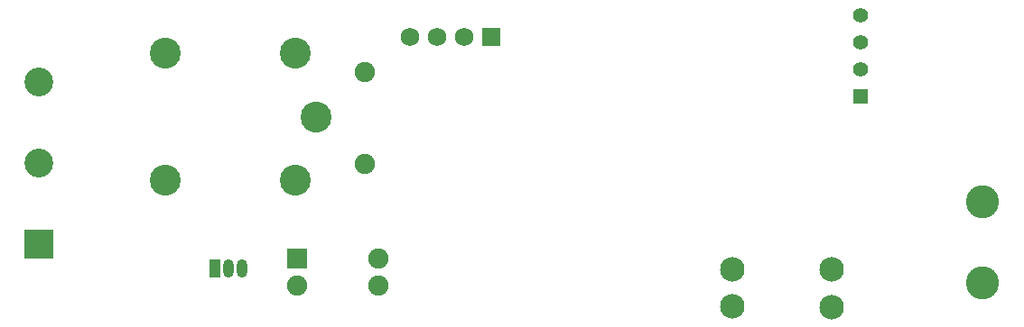
<source format=gbs>
G04*
G04 #@! TF.GenerationSoftware,Altium Limited,Altium Designer,24.1.2 (44)*
G04*
G04 Layer_Color=16711935*
%FSLAX44Y44*%
%MOMM*%
G71*
G04*
G04 #@! TF.SameCoordinates,891499BE-5D65-45DE-B8A6-CBF03CD7CB3A*
G04*
G04*
G04 #@! TF.FilePolarity,Negative*
G04*
G01*
G75*
%ADD34C,3.1016*%
%ADD35C,1.9016*%
%ADD36R,1.9016X1.9016*%
%ADD37R,1.3970X1.3970*%
%ADD38C,1.3970*%
%ADD39R,1.7500X1.7500*%
%ADD40C,1.7500*%
%ADD41C,2.3016*%
%ADD42R,2.7016X2.7016*%
%ADD43C,2.7016*%
%ADD44C,2.8956*%
%ADD45O,1.0016X1.7016*%
%ADD46R,1.0016X1.7016*%
D34*
X953770Y-292100D02*
D03*
Y-215900D02*
D03*
D35*
X311150Y-294640D02*
D03*
X387350D02*
D03*
Y-269240D02*
D03*
X374650Y-93659D02*
D03*
Y-180660D02*
D03*
D36*
X311150Y-269240D02*
D03*
D37*
X838925Y-116469D02*
D03*
D38*
Y-91069D02*
D03*
Y-65669D02*
D03*
Y-40269D02*
D03*
D39*
X492760Y-60960D02*
D03*
D40*
X467360D02*
D03*
X441960D02*
D03*
X416560D02*
D03*
D41*
X718820Y-279293D02*
D03*
Y-314294D02*
D03*
X812031Y-279679D02*
D03*
Y-314681D02*
D03*
D42*
X68580Y-255270D02*
D03*
D43*
Y-179070D02*
D03*
Y-102870D02*
D03*
D44*
X186811Y-75895D02*
D03*
X328810Y-135890D02*
D03*
X308810Y-195890D02*
D03*
Y-75890D02*
D03*
X186810Y-195885D02*
D03*
D45*
X259080Y-278130D02*
D03*
X246380D02*
D03*
D46*
X233680D02*
D03*
M02*

</source>
